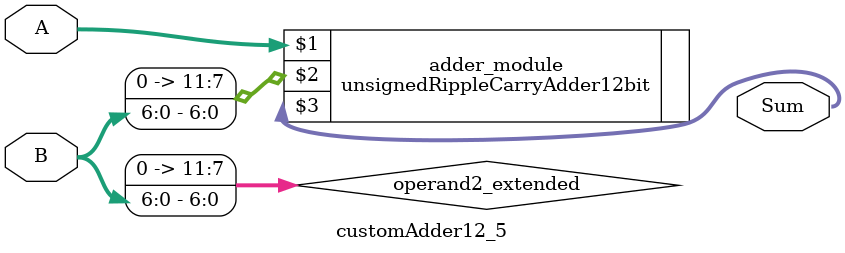
<source format=v>

module customAdder12_5(
                    input [11 : 0] A,
                    input [6 : 0] B,
                    
                    output [12 : 0] Sum
            );

    wire [11 : 0] operand2_extended;
    
    assign operand2_extended =  {5'b0, B};
    
    unsignedRippleCarryAdder12bit adder_module(
        A,
        operand2_extended,
        Sum
    );
    
endmodule
        
</source>
